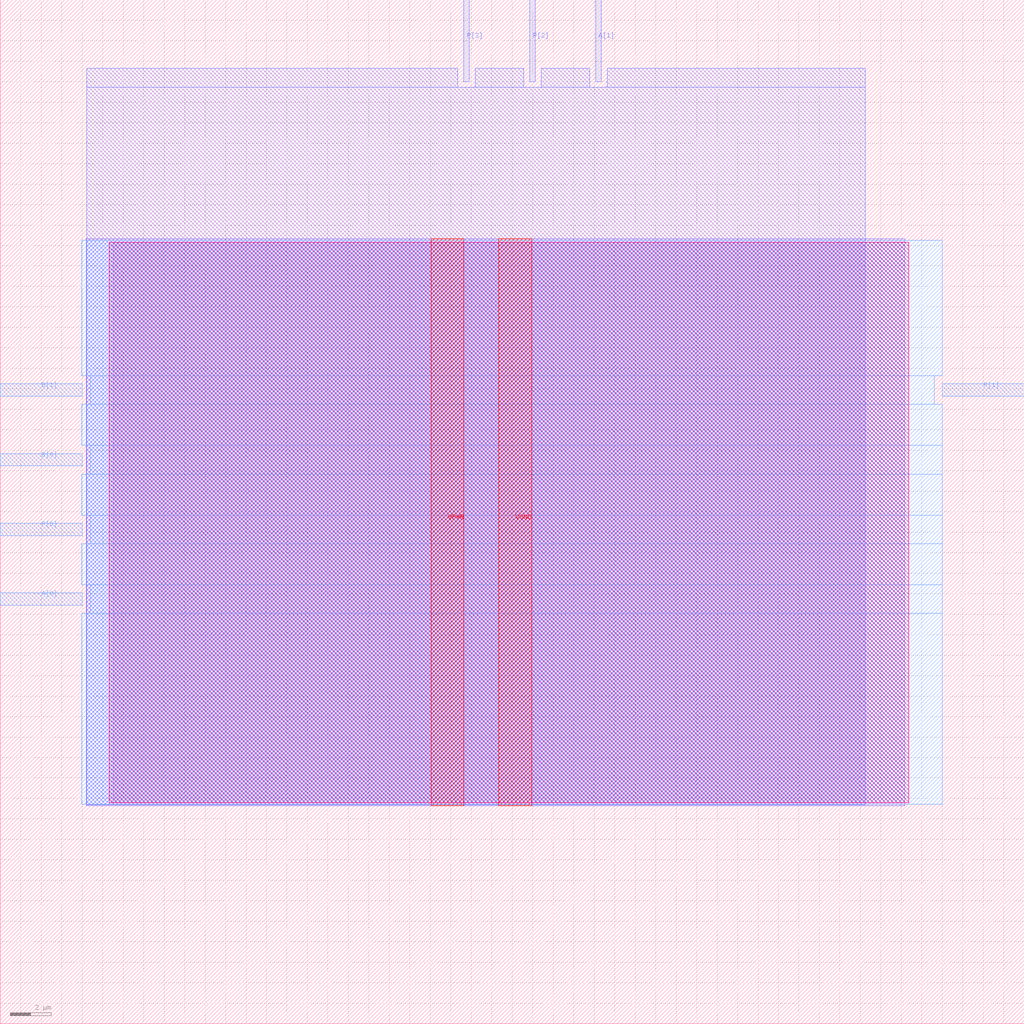
<source format=lef>
VERSION 5.7 ;
  NOWIREEXTENSIONATPIN ON ;
  DIVIDERCHAR "/" ;
  BUSBITCHARS "[]" ;
MACRO SarsaNada_e10_1
  CLASS BLOCK ;
  FOREIGN SarsaNada_e10_1 ;
  ORIGIN 0.000 0.000 ;
  SIZE 50.000 BY 50.000 ;
  PIN A[0]
    DIRECTION INPUT ;
    USE SIGNAL ;
    ANTENNAGATEAREA 0.196500 ;
    PORT
      LAYER met3 ;
        RECT 0.000 20.440 4.000 21.040 ;
    END
  END A[0]
  PIN A[1]
    DIRECTION INPUT ;
    USE SIGNAL ;
    ANTENNAGATEAREA 0.196500 ;
    PORT
      LAYER met2 ;
        RECT 29.070 46.000 29.350 50.000 ;
    END
  END A[1]
  PIN B[0]
    DIRECTION INPUT ;
    USE SIGNAL ;
    ANTENNAGATEAREA 0.196500 ;
    PORT
      LAYER met3 ;
        RECT 0.000 27.240 4.000 27.840 ;
    END
  END B[0]
  PIN B[1]
    DIRECTION INPUT ;
    USE SIGNAL ;
    ANTENNAGATEAREA 0.196500 ;
    PORT
      LAYER met3 ;
        RECT 0.000 30.640 4.000 31.240 ;
    END
  END B[1]
  PIN P[0]
    DIRECTION OUTPUT ;
    USE SIGNAL ;
    ANTENNADIFFAREA 0.445500 ;
    PORT
      LAYER met3 ;
        RECT 0.000 23.840 4.000 24.440 ;
    END
  END P[0]
  PIN P[1]
    DIRECTION OUTPUT ;
    USE SIGNAL ;
    ANTENNADIFFAREA 0.445500 ;
    PORT
      LAYER met3 ;
        RECT 46.000 30.640 50.000 31.240 ;
    END
  END P[1]
  PIN P[2]
    DIRECTION OUTPUT ;
    USE SIGNAL ;
    ANTENNADIFFAREA 0.445500 ;
    PORT
      LAYER met2 ;
        RECT 25.850 46.000 26.130 50.000 ;
    END
  END P[2]
  PIN P[3]
    DIRECTION OUTPUT ;
    USE SIGNAL ;
    ANTENNADIFFAREA 0.445500 ;
    PORT
      LAYER met2 ;
        RECT 22.630 46.000 22.910 50.000 ;
    END
  END P[3]
  PIN VGND
    DIRECTION INOUT ;
    USE GROUND ;
    PORT
      LAYER met4 ;
        RECT 24.340 10.640 25.940 38.320 ;
    END
  END VGND
  PIN VPWR
    DIRECTION INOUT ;
    USE POWER ;
    PORT
      LAYER met4 ;
        RECT 21.040 10.640 22.640 38.320 ;
    END
  END VPWR
  OBS
      LAYER nwell ;
        RECT 5.330 10.795 44.350 38.165 ;
      LAYER li1 ;
        RECT 5.520 10.795 44.160 38.165 ;
      LAYER met1 ;
        RECT 4.210 10.640 44.160 38.320 ;
      LAYER met2 ;
        RECT 4.230 45.720 22.350 46.650 ;
        RECT 23.190 45.720 25.570 46.650 ;
        RECT 26.410 45.720 28.790 46.650 ;
        RECT 29.630 45.720 42.230 46.650 ;
        RECT 4.230 10.695 42.230 45.720 ;
      LAYER met3 ;
        RECT 3.990 31.640 46.000 38.245 ;
        RECT 4.400 30.240 45.600 31.640 ;
        RECT 3.990 28.240 46.000 30.240 ;
        RECT 4.400 26.840 46.000 28.240 ;
        RECT 3.990 24.840 46.000 26.840 ;
        RECT 4.400 23.440 46.000 24.840 ;
        RECT 3.990 21.440 46.000 23.440 ;
        RECT 4.400 20.040 46.000 21.440 ;
        RECT 3.990 10.715 46.000 20.040 ;
  END
END SarsaNada_e10_1
END LIBRARY


</source>
